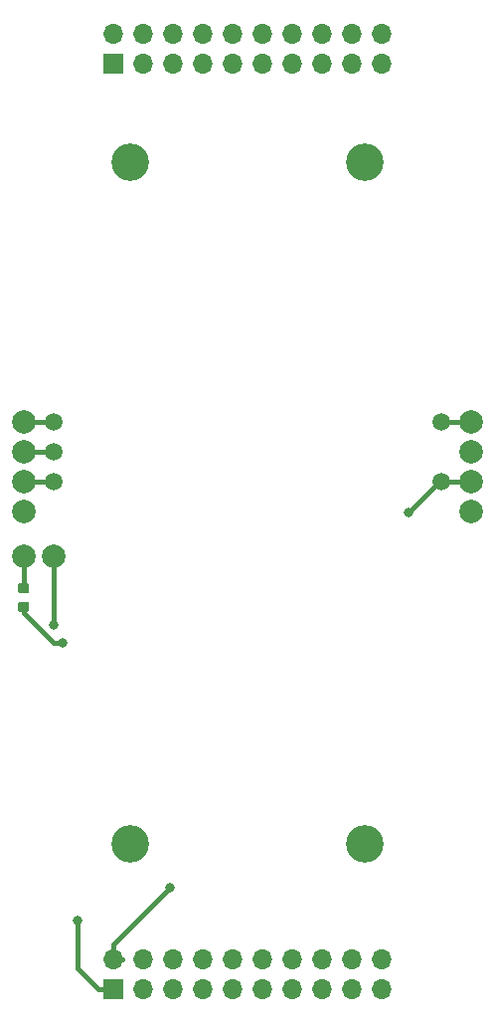
<source format=gbr>
G04 #@! TF.GenerationSoftware,KiCad,Pcbnew,5.0.2-bee76a0~70~ubuntu18.04.1*
G04 #@! TF.CreationDate,2019-07-23T10:59:18+02:00*
G04 #@! TF.ProjectId,smartcard,736d6172-7463-4617-9264-2e6b69636164,rev?*
G04 #@! TF.SameCoordinates,Original*
G04 #@! TF.FileFunction,Copper,L1,Top*
G04 #@! TF.FilePolarity,Positive*
%FSLAX46Y46*%
G04 Gerber Fmt 4.6, Leading zero omitted, Abs format (unit mm)*
G04 Created by KiCad (PCBNEW 5.0.2-bee76a0~70~ubuntu18.04.1) date mar. 23 juil. 2019 10:59:18 CEST*
%MOMM*%
%LPD*%
G01*
G04 APERTURE LIST*
G04 #@! TA.AperFunction,ComponentPad*
%ADD10C,3.200000*%
G04 #@! TD*
G04 #@! TA.AperFunction,ComponentPad*
%ADD11C,2.000000*%
G04 #@! TD*
G04 #@! TA.AperFunction,ComponentPad*
%ADD12O,1.700000X1.700000*%
G04 #@! TD*
G04 #@! TA.AperFunction,ComponentPad*
%ADD13R,1.700000X1.700000*%
G04 #@! TD*
G04 #@! TA.AperFunction,Conductor*
%ADD14C,0.100000*%
G04 #@! TD*
G04 #@! TA.AperFunction,SMDPad,CuDef*
%ADD15C,0.875000*%
G04 #@! TD*
G04 #@! TA.AperFunction,BGAPad,CuDef*
%ADD16C,1.500000*%
G04 #@! TD*
G04 #@! TA.AperFunction,ViaPad*
%ADD17C,0.800000*%
G04 #@! TD*
G04 #@! TA.AperFunction,Conductor*
%ADD18C,0.400000*%
G04 #@! TD*
G04 APERTURE END LIST*
D10*
G04 #@! TO.P,U1,~*
G04 #@! TO.N,N/C*
X122151017Y-133011027D03*
X102151017Y-133011027D03*
X102151017Y-75011027D03*
X122151017Y-75011027D03*
D11*
G04 #@! TO.P,U1,5*
G04 #@! TO.N,GNDA*
X131201017Y-97131027D03*
G04 #@! TO.P,U1,6*
G04 #@! TO.N,Net-(U1-Pad6)*
X131201017Y-99671027D03*
G04 #@! TO.P,U1,7*
G04 #@! TO.N,/D0_IO*
X131201017Y-102211027D03*
G04 #@! TO.P,U1,8*
G04 #@! TO.N,Net-(U1-Pad8)*
X131201017Y-104751027D03*
G04 #@! TO.P,U1,1*
G04 #@! TO.N,VDDA*
X93101017Y-97131027D03*
G04 #@! TO.P,U1,2*
G04 #@! TO.N,/D1_~RST~*
X93101017Y-99671027D03*
G04 #@! TO.P,U1,3*
G04 #@! TO.N,/D2_CLK*
X93101017Y-102211027D03*
G04 #@! TO.P,U1,4*
G04 #@! TO.N,Net-(U1-Pad4)*
X93101017Y-104751027D03*
G04 #@! TO.P,U1,9*
G04 #@! TO.N,/D3_SENSE*
X93101017Y-108561027D03*
G04 #@! TO.P,U1,10*
G04 #@! TO.N,GND*
X95641017Y-108561027D03*
G04 #@! TD*
D12*
G04 #@! TO.P,J2,20*
G04 #@! TO.N,Net-(J2-Pad20)*
X123581017Y-64111027D03*
G04 #@! TO.P,J2,19*
G04 #@! TO.N,Net-(J2-Pad19)*
X123581017Y-66651027D03*
G04 #@! TO.P,J2,18*
G04 #@! TO.N,Net-(J2-Pad18)*
X121041017Y-64111027D03*
G04 #@! TO.P,J2,17*
G04 #@! TO.N,Net-(J2-Pad17)*
X121041017Y-66651027D03*
G04 #@! TO.P,J2,16*
G04 #@! TO.N,Net-(J2-Pad16)*
X118501017Y-64111027D03*
G04 #@! TO.P,J2,15*
G04 #@! TO.N,Net-(J2-Pad15)*
X118501017Y-66651027D03*
G04 #@! TO.P,J2,14*
G04 #@! TO.N,Net-(J2-Pad14)*
X115961017Y-64111027D03*
G04 #@! TO.P,J2,13*
G04 #@! TO.N,Net-(J2-Pad13)*
X115961017Y-66651027D03*
G04 #@! TO.P,J2,12*
G04 #@! TO.N,Net-(J2-Pad12)*
X113421017Y-64111027D03*
G04 #@! TO.P,J2,11*
G04 #@! TO.N,Net-(J2-Pad11)*
X113421017Y-66651027D03*
G04 #@! TO.P,J2,10*
G04 #@! TO.N,Net-(J2-Pad10)*
X110881017Y-64111027D03*
G04 #@! TO.P,J2,9*
G04 #@! TO.N,Net-(J2-Pad9)*
X110881017Y-66651027D03*
G04 #@! TO.P,J2,8*
G04 #@! TO.N,Net-(J2-Pad8)*
X108341017Y-64111027D03*
G04 #@! TO.P,J2,7*
G04 #@! TO.N,Net-(J2-Pad7)*
X108341017Y-66651027D03*
G04 #@! TO.P,J2,6*
G04 #@! TO.N,Net-(J2-Pad6)*
X105801017Y-64111027D03*
G04 #@! TO.P,J2,5*
G04 #@! TO.N,Net-(J2-Pad5)*
X105801017Y-66651027D03*
G04 #@! TO.P,J2,4*
G04 #@! TO.N,Net-(J2-Pad4)*
X103261017Y-64111027D03*
G04 #@! TO.P,J2,3*
G04 #@! TO.N,Net-(J2-Pad3)*
X103261017Y-66651027D03*
G04 #@! TO.P,J2,2*
G04 #@! TO.N,Net-(J2-Pad2)*
X100721017Y-64111027D03*
D13*
G04 #@! TO.P,J2,1*
G04 #@! TO.N,Net-(J2-Pad1)*
X100721017Y-66651027D03*
G04 #@! TD*
G04 #@! TO.P,J1,1*
G04 #@! TO.N,/D1_~RST~*
X100721017Y-145391027D03*
D12*
G04 #@! TO.P,J1,2*
G04 #@! TO.N,/D0_IO*
X100721017Y-142851027D03*
G04 #@! TO.P,J1,3*
G04 #@! TO.N,/D3_SENSE*
X103261017Y-145391027D03*
G04 #@! TO.P,J1,4*
G04 #@! TO.N,/D2_CLK*
X103261017Y-142851027D03*
G04 #@! TO.P,J1,5*
G04 #@! TO.N,Net-(J1-Pad5)*
X105801017Y-145391027D03*
G04 #@! TO.P,J1,6*
G04 #@! TO.N,Net-(J1-Pad6)*
X105801017Y-142851027D03*
G04 #@! TO.P,J1,7*
G04 #@! TO.N,Net-(J1-Pad7)*
X108341017Y-145391027D03*
G04 #@! TO.P,J1,8*
G04 #@! TO.N,Net-(J1-Pad8)*
X108341017Y-142851027D03*
G04 #@! TO.P,J1,9*
G04 #@! TO.N,Net-(J1-Pad9)*
X110881017Y-145391027D03*
G04 #@! TO.P,J1,10*
G04 #@! TO.N,Net-(J1-Pad10)*
X110881017Y-142851027D03*
G04 #@! TO.P,J1,11*
G04 #@! TO.N,Net-(J1-Pad11)*
X113421017Y-145391027D03*
G04 #@! TO.P,J1,12*
G04 #@! TO.N,Net-(J1-Pad12)*
X113421017Y-142851027D03*
G04 #@! TO.P,J1,13*
G04 #@! TO.N,Net-(J1-Pad13)*
X115961017Y-145391027D03*
G04 #@! TO.P,J1,14*
G04 #@! TO.N,Net-(J1-Pad14)*
X115961017Y-142851027D03*
G04 #@! TO.P,J1,15*
G04 #@! TO.N,Net-(J1-Pad15)*
X118501017Y-145391027D03*
G04 #@! TO.P,J1,16*
G04 #@! TO.N,Net-(J1-Pad16)*
X118501017Y-142851027D03*
G04 #@! TO.P,J1,17*
G04 #@! TO.N,GND*
X121041017Y-145391027D03*
G04 #@! TO.P,J1,18*
G04 #@! TO.N,VDD*
X121041017Y-142851027D03*
G04 #@! TO.P,J1,19*
G04 #@! TO.N,GNDA*
X123581017Y-145391027D03*
G04 #@! TO.P,J1,20*
G04 #@! TO.N,VDDA*
X123581017Y-142851027D03*
G04 #@! TD*
D14*
G04 #@! TO.N,VDD*
G04 #@! TO.C,R1*
G36*
X93378708Y-112382080D02*
X93399943Y-112385230D01*
X93420767Y-112390446D01*
X93440979Y-112397678D01*
X93460385Y-112406857D01*
X93478798Y-112417893D01*
X93496041Y-112430681D01*
X93511947Y-112445097D01*
X93526363Y-112461003D01*
X93539151Y-112478246D01*
X93550187Y-112496659D01*
X93559366Y-112516065D01*
X93566598Y-112536277D01*
X93571814Y-112557101D01*
X93574964Y-112578336D01*
X93576017Y-112599777D01*
X93576017Y-113037277D01*
X93574964Y-113058718D01*
X93571814Y-113079953D01*
X93566598Y-113100777D01*
X93559366Y-113120989D01*
X93550187Y-113140395D01*
X93539151Y-113158808D01*
X93526363Y-113176051D01*
X93511947Y-113191957D01*
X93496041Y-113206373D01*
X93478798Y-113219161D01*
X93460385Y-113230197D01*
X93440979Y-113239376D01*
X93420767Y-113246608D01*
X93399943Y-113251824D01*
X93378708Y-113254974D01*
X93357267Y-113256027D01*
X92844767Y-113256027D01*
X92823326Y-113254974D01*
X92802091Y-113251824D01*
X92781267Y-113246608D01*
X92761055Y-113239376D01*
X92741649Y-113230197D01*
X92723236Y-113219161D01*
X92705993Y-113206373D01*
X92690087Y-113191957D01*
X92675671Y-113176051D01*
X92662883Y-113158808D01*
X92651847Y-113140395D01*
X92642668Y-113120989D01*
X92635436Y-113100777D01*
X92630220Y-113079953D01*
X92627070Y-113058718D01*
X92626017Y-113037277D01*
X92626017Y-112599777D01*
X92627070Y-112578336D01*
X92630220Y-112557101D01*
X92635436Y-112536277D01*
X92642668Y-112516065D01*
X92651847Y-112496659D01*
X92662883Y-112478246D01*
X92675671Y-112461003D01*
X92690087Y-112445097D01*
X92705993Y-112430681D01*
X92723236Y-112417893D01*
X92741649Y-112406857D01*
X92761055Y-112397678D01*
X92781267Y-112390446D01*
X92802091Y-112385230D01*
X92823326Y-112382080D01*
X92844767Y-112381027D01*
X93357267Y-112381027D01*
X93378708Y-112382080D01*
X93378708Y-112382080D01*
G37*
D15*
G04 #@! TD*
G04 #@! TO.P,R1,1*
G04 #@! TO.N,VDD*
X93101017Y-112818527D03*
D14*
G04 #@! TO.N,/D3_SENSE*
G04 #@! TO.C,R1*
G36*
X93378708Y-110807080D02*
X93399943Y-110810230D01*
X93420767Y-110815446D01*
X93440979Y-110822678D01*
X93460385Y-110831857D01*
X93478798Y-110842893D01*
X93496041Y-110855681D01*
X93511947Y-110870097D01*
X93526363Y-110886003D01*
X93539151Y-110903246D01*
X93550187Y-110921659D01*
X93559366Y-110941065D01*
X93566598Y-110961277D01*
X93571814Y-110982101D01*
X93574964Y-111003336D01*
X93576017Y-111024777D01*
X93576017Y-111462277D01*
X93574964Y-111483718D01*
X93571814Y-111504953D01*
X93566598Y-111525777D01*
X93559366Y-111545989D01*
X93550187Y-111565395D01*
X93539151Y-111583808D01*
X93526363Y-111601051D01*
X93511947Y-111616957D01*
X93496041Y-111631373D01*
X93478798Y-111644161D01*
X93460385Y-111655197D01*
X93440979Y-111664376D01*
X93420767Y-111671608D01*
X93399943Y-111676824D01*
X93378708Y-111679974D01*
X93357267Y-111681027D01*
X92844767Y-111681027D01*
X92823326Y-111679974D01*
X92802091Y-111676824D01*
X92781267Y-111671608D01*
X92761055Y-111664376D01*
X92741649Y-111655197D01*
X92723236Y-111644161D01*
X92705993Y-111631373D01*
X92690087Y-111616957D01*
X92675671Y-111601051D01*
X92662883Y-111583808D01*
X92651847Y-111565395D01*
X92642668Y-111545989D01*
X92635436Y-111525777D01*
X92630220Y-111504953D01*
X92627070Y-111483718D01*
X92626017Y-111462277D01*
X92626017Y-111024777D01*
X92627070Y-111003336D01*
X92630220Y-110982101D01*
X92635436Y-110961277D01*
X92642668Y-110941065D01*
X92651847Y-110921659D01*
X92662883Y-110903246D01*
X92675671Y-110886003D01*
X92690087Y-110870097D01*
X92705993Y-110855681D01*
X92723236Y-110842893D01*
X92741649Y-110831857D01*
X92761055Y-110822678D01*
X92781267Y-110815446D01*
X92802091Y-110810230D01*
X92823326Y-110807080D01*
X92844767Y-110806027D01*
X93357267Y-110806027D01*
X93378708Y-110807080D01*
X93378708Y-110807080D01*
G37*
D15*
G04 #@! TD*
G04 #@! TO.P,R1,2*
G04 #@! TO.N,/D3_SENSE*
X93101017Y-111243527D03*
D16*
G04 #@! TO.P,TP20,1*
G04 #@! TO.N,/D2_CLK*
X95641017Y-102211027D03*
G04 #@! TD*
G04 #@! TO.P,TP21,1*
G04 #@! TO.N,/D0_IO*
X128661017Y-102211027D03*
G04 #@! TD*
G04 #@! TO.P,TP19,1*
G04 #@! TO.N,/D1_~RST~*
X95641017Y-99671027D03*
G04 #@! TD*
G04 #@! TO.P,TP33,1*
G04 #@! TO.N,VDDA*
X95641017Y-97131027D03*
G04 #@! TD*
G04 #@! TO.P,TP18,1*
G04 #@! TO.N,GNDA*
X128661017Y-97131027D03*
G04 #@! TD*
D17*
G04 #@! TO.N,GND*
X95679027Y-114403027D03*
G04 #@! TO.N,/D0_IO*
X125901017Y-104831027D03*
X105547017Y-136755027D03*
G04 #@! TO.N,/D1_~RST~*
X97673017Y-139549027D03*
G04 #@! TO.N,VDD*
X96441027Y-115927027D03*
G04 #@! TD*
D18*
G04 #@! TO.N,GNDA*
X131201017Y-97131027D02*
X128661017Y-97131027D01*
G04 #@! TO.N,GND*
X95641017Y-114365017D02*
X95679027Y-114403027D01*
X95641017Y-108561027D02*
X95641017Y-114365017D01*
G04 #@! TO.N,/D0_IO*
X128661017Y-102211027D02*
X131201017Y-102211027D01*
X131201017Y-102211027D02*
X128521017Y-102211027D01*
X128521017Y-102211027D02*
X125901017Y-104831027D01*
X101281017Y-142851027D02*
X100721017Y-142851027D01*
X101483017Y-142851027D02*
X100721017Y-142851027D01*
X100721017Y-141581027D02*
X100721017Y-142851027D01*
X105547017Y-136755027D02*
X100721017Y-141581027D01*
G04 #@! TO.N,/D2_CLK*
X95641017Y-102211027D02*
X93101017Y-102211027D01*
G04 #@! TO.N,/D1_~RST~*
X93101017Y-99671027D02*
X95641017Y-99671027D01*
X99471017Y-145391027D02*
X100721017Y-145391027D01*
X97673017Y-143593027D02*
X99471017Y-145391027D01*
X97673017Y-139549027D02*
X97673017Y-143593027D01*
G04 #@! TO.N,/D3_SENSE*
X93101017Y-109043527D02*
X93101017Y-108561027D01*
X93101017Y-108561027D02*
X93101017Y-111243527D01*
G04 #@! TO.N,VDDA*
X95641017Y-97131027D02*
X93101017Y-97131027D01*
G04 #@! TO.N,VDD*
X95875342Y-115927027D02*
X96441027Y-115927027D01*
X93101017Y-113356027D02*
X95672017Y-115927027D01*
X95672017Y-115927027D02*
X95875342Y-115927027D01*
X93101017Y-112818527D02*
X93101017Y-113356027D01*
G04 #@! TD*
M02*

</source>
